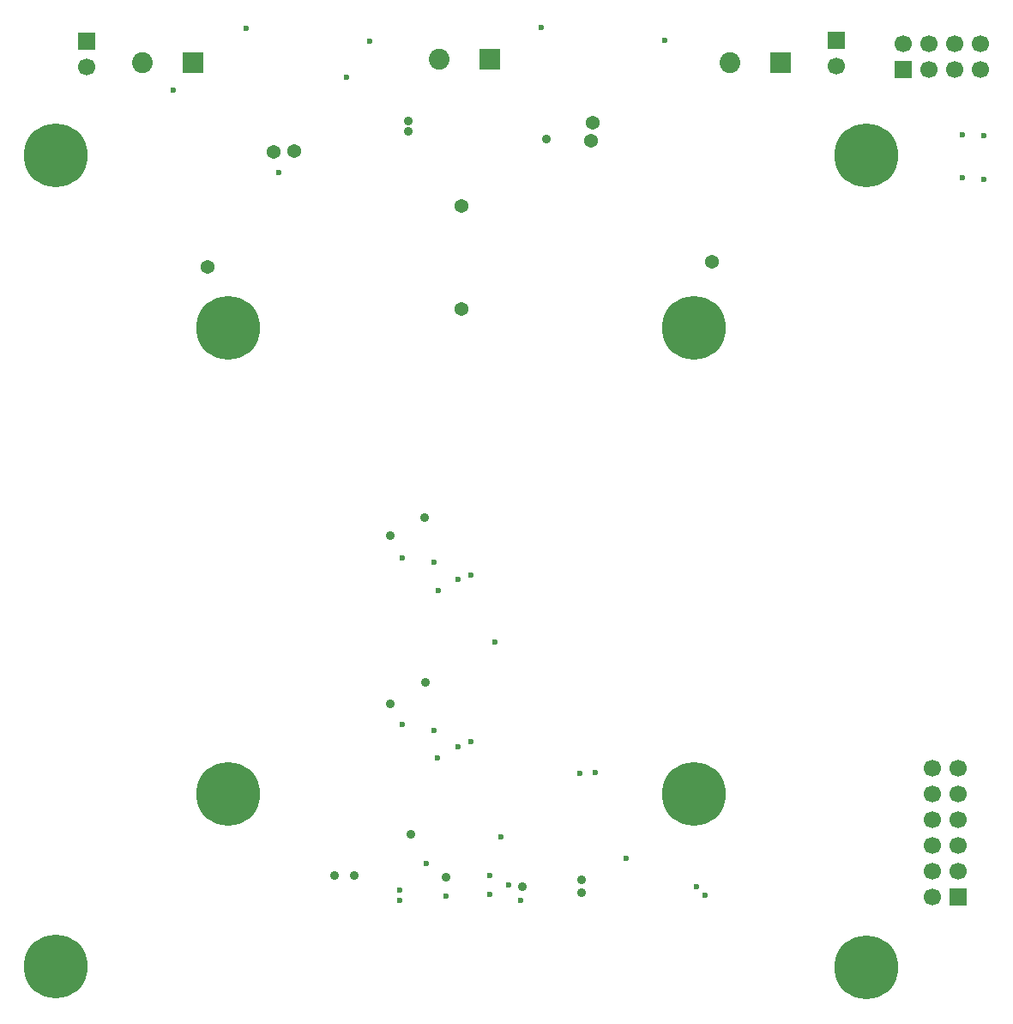
<source format=gbs>
G04*
G04 #@! TF.GenerationSoftware,Altium Limited,Altium Designer,24.0.1 (36)*
G04*
G04 Layer_Color=16711935*
%FSLAX26Y26*%
%MOIN*%
G70*
G04*
G04 #@! TF.SameCoordinates,F42C736F-CBB7-40B1-BF54-99FABD9F894E*
G04*
G04*
G04 #@! TF.FilePolarity,Negative*
G04*
G01*
G75*
%ADD72C,0.066929*%
%ADD73R,0.066929X0.066929*%
%ADD74R,0.066929X0.066929*%
%ADD75C,0.080709*%
%ADD76R,0.080709X0.080709*%
%ADD77C,0.248031*%
%ADD78C,0.023622*%
%ADD79C,0.053937*%
%ADD80C,0.035433*%
D72*
X3602362Y467716D02*
D03*
Y567716D02*
D03*
Y667716D02*
D03*
Y767716D02*
D03*
Y867716D02*
D03*
Y967716D02*
D03*
X3702362D02*
D03*
Y867716D02*
D03*
Y767716D02*
D03*
Y667716D02*
D03*
Y567716D02*
D03*
X3489715Y3780628D02*
D03*
X3589715D02*
D03*
X3689715D02*
D03*
X3789715D02*
D03*
Y3680628D02*
D03*
X3689715D02*
D03*
X3589715D02*
D03*
X3228347Y3692016D02*
D03*
X314961Y3691251D02*
D03*
D73*
X3702362Y467716D02*
D03*
X3228347Y3792016D02*
D03*
X314961Y3791251D02*
D03*
D74*
X3489715Y3680628D02*
D03*
D75*
X2814961Y3707016D02*
D03*
X1684622Y3720472D02*
D03*
X531496Y3706251D02*
D03*
D76*
X3011811Y3707016D02*
D03*
X1881473Y3720472D02*
D03*
X728346Y3706251D02*
D03*
D77*
X3346457Y3346457D02*
D03*
X196850Y3346457D02*
D03*
X3346457Y192299D02*
D03*
X196850Y196850D02*
D03*
X2677165Y2677165D02*
D03*
X866142D02*
D03*
X2677165Y866142D02*
D03*
X866142D02*
D03*
D78*
X1665796Y1114375D02*
D03*
X1664532Y1766654D02*
D03*
X3802205Y3424134D02*
D03*
X3801181Y3254843D02*
D03*
X3718504Y3428071D02*
D03*
X3717481Y3258780D02*
D03*
X1063605Y3281496D02*
D03*
X651141Y3598706D02*
D03*
X1326772Y3648725D02*
D03*
X1417323Y3791251D02*
D03*
X935502Y3841251D02*
D03*
X2563201Y3793440D02*
D03*
X2081535Y3844811D02*
D03*
X1808150Y1068819D02*
D03*
X2232126Y948081D02*
D03*
X2293600Y951812D02*
D03*
X2720572Y473524D02*
D03*
X2684111Y508457D02*
D03*
X1808150Y1718425D02*
D03*
X1680218Y1005436D02*
D03*
X1681353Y1657313D02*
D03*
X1757874Y1699636D02*
D03*
X1541762Y1136907D02*
D03*
Y1784281D02*
D03*
X1882953Y475304D02*
D03*
Y550558D02*
D03*
X1636824Y597700D02*
D03*
X1956860Y514359D02*
D03*
X2411743Y616979D02*
D03*
X1924301Y701066D02*
D03*
X1901003Y1455473D02*
D03*
X2000983Y454988D02*
D03*
X1712598Y469577D02*
D03*
X1533001Y492126D02*
D03*
Y452756D02*
D03*
X1757874Y1050029D02*
D03*
D79*
X2746373Y2933071D02*
D03*
X785000Y2913386D02*
D03*
X1043920Y3361300D02*
D03*
X1122047Y3364157D02*
D03*
X1771653Y2750000D02*
D03*
Y3149606D02*
D03*
X2283465Y3472972D02*
D03*
X2277172Y3404528D02*
D03*
D80*
X1567098Y3440600D02*
D03*
Y3480276D02*
D03*
X2102045Y3411055D02*
D03*
X1630502Y1939764D02*
D03*
X1574803Y708661D02*
D03*
X1712598Y543747D02*
D03*
X2239095Y532559D02*
D03*
X2239094Y485158D02*
D03*
X1496063Y1217926D02*
D03*
Y1869803D02*
D03*
X2007650Y508453D02*
D03*
X1354331Y548590D02*
D03*
X1279528D02*
D03*
X1633966Y1299213D02*
D03*
M02*

</source>
